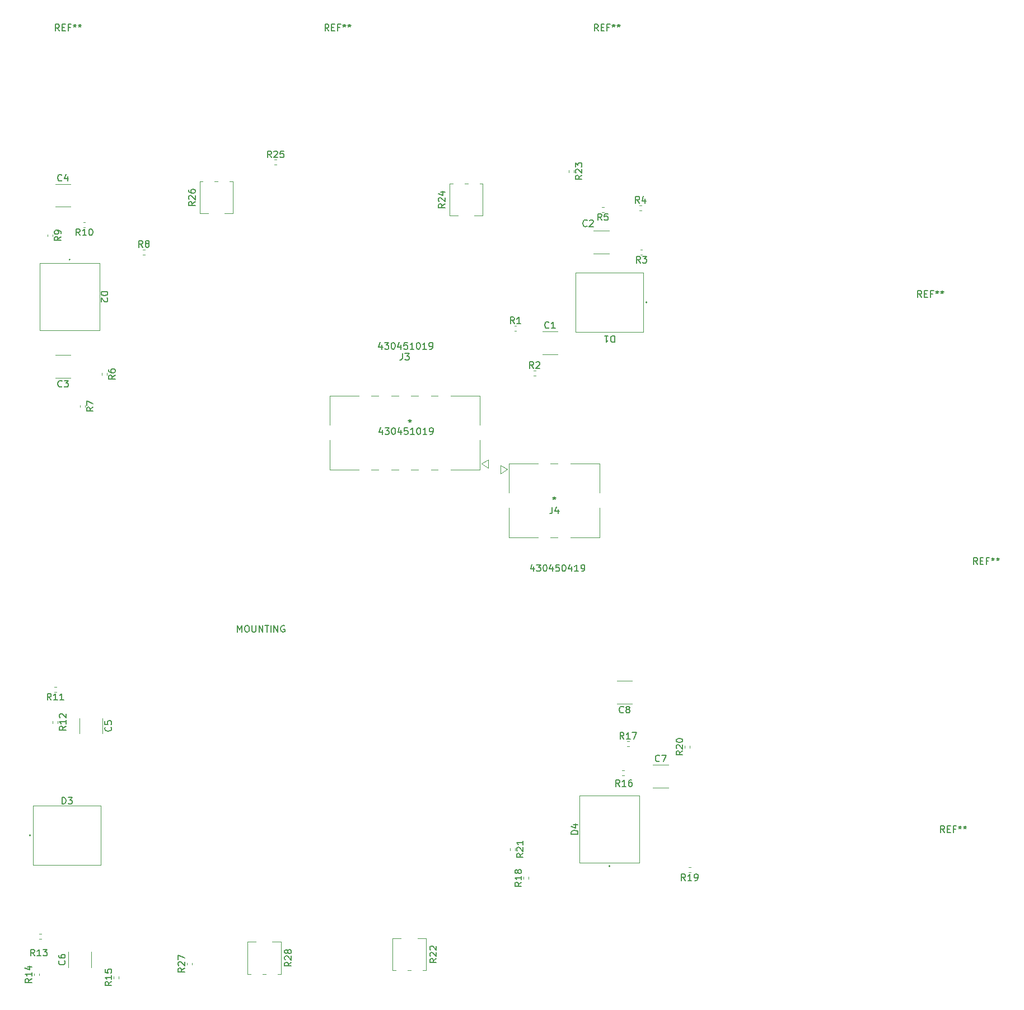
<source format=gbr>
%TF.GenerationSoftware,KiCad,Pcbnew,(6.0.10-0)*%
%TF.CreationDate,2023-04-17T19:00:21-04:00*%
%TF.ProjectId,my_anode,6d795f61-6e6f-4646-952e-6b696361645f,rev?*%
%TF.SameCoordinates,Original*%
%TF.FileFunction,Legend,Top*%
%TF.FilePolarity,Positive*%
%FSLAX46Y46*%
G04 Gerber Fmt 4.6, Leading zero omitted, Abs format (unit mm)*
G04 Created by KiCad (PCBNEW (6.0.10-0)) date 2023-04-17 19:00:21*
%MOMM*%
%LPD*%
G01*
G04 APERTURE LIST*
%ADD10C,0.150000*%
%ADD11C,0.120000*%
G04 APERTURE END LIST*
D10*
%TO.C,R20*%
X253942780Y-225382057D02*
X253466590Y-225715390D01*
X253942780Y-225953485D02*
X252942780Y-225953485D01*
X252942780Y-225572533D01*
X252990400Y-225477295D01*
X253038019Y-225429676D01*
X253133257Y-225382057D01*
X253276114Y-225382057D01*
X253371352Y-225429676D01*
X253418971Y-225477295D01*
X253466590Y-225572533D01*
X253466590Y-225953485D01*
X253038019Y-225001104D02*
X252990400Y-224953485D01*
X252942780Y-224858247D01*
X252942780Y-224620152D01*
X252990400Y-224524914D01*
X253038019Y-224477295D01*
X253133257Y-224429676D01*
X253228495Y-224429676D01*
X253371352Y-224477295D01*
X253942780Y-225048723D01*
X253942780Y-224429676D01*
X252942780Y-223810628D02*
X252942780Y-223715390D01*
X252990400Y-223620152D01*
X253038019Y-223572533D01*
X253133257Y-223524914D01*
X253323733Y-223477295D01*
X253561828Y-223477295D01*
X253752304Y-223524914D01*
X253847542Y-223572533D01*
X253895161Y-223620152D01*
X253942780Y-223715390D01*
X253942780Y-223810628D01*
X253895161Y-223905866D01*
X253847542Y-223953485D01*
X253752304Y-224001104D01*
X253561828Y-224048723D01*
X253323733Y-224048723D01*
X253133257Y-224001104D01*
X253038019Y-223953485D01*
X252990400Y-223905866D01*
X252942780Y-223810628D01*
%TO.C,R23*%
X238705980Y-138336257D02*
X238229790Y-138669590D01*
X238705980Y-138907685D02*
X237705980Y-138907685D01*
X237705980Y-138526733D01*
X237753600Y-138431495D01*
X237801219Y-138383876D01*
X237896457Y-138336257D01*
X238039314Y-138336257D01*
X238134552Y-138383876D01*
X238182171Y-138431495D01*
X238229790Y-138526733D01*
X238229790Y-138907685D01*
X237801219Y-137955304D02*
X237753600Y-137907685D01*
X237705980Y-137812447D01*
X237705980Y-137574352D01*
X237753600Y-137479114D01*
X237801219Y-137431495D01*
X237896457Y-137383876D01*
X237991695Y-137383876D01*
X238134552Y-137431495D01*
X238705980Y-138002923D01*
X238705980Y-137383876D01*
X237705980Y-137050542D02*
X237705980Y-136431495D01*
X238086933Y-136764828D01*
X238086933Y-136621971D01*
X238134552Y-136526733D01*
X238182171Y-136479114D01*
X238277409Y-136431495D01*
X238515504Y-136431495D01*
X238610742Y-136479114D01*
X238658361Y-136526733D01*
X238705980Y-136621971D01*
X238705980Y-136907685D01*
X238658361Y-137002923D01*
X238610742Y-137050542D01*
%TO.C,R21*%
X229815980Y-240876057D02*
X229339790Y-241209390D01*
X229815980Y-241447485D02*
X228815980Y-241447485D01*
X228815980Y-241066533D01*
X228863600Y-240971295D01*
X228911219Y-240923676D01*
X229006457Y-240876057D01*
X229149314Y-240876057D01*
X229244552Y-240923676D01*
X229292171Y-240971295D01*
X229339790Y-241066533D01*
X229339790Y-241447485D01*
X228911219Y-240495104D02*
X228863600Y-240447485D01*
X228815980Y-240352247D01*
X228815980Y-240114152D01*
X228863600Y-240018914D01*
X228911219Y-239971295D01*
X229006457Y-239923676D01*
X229101695Y-239923676D01*
X229244552Y-239971295D01*
X229815980Y-240542723D01*
X229815980Y-239923676D01*
X229815980Y-238971295D02*
X229815980Y-239542723D01*
X229815980Y-239257009D02*
X228815980Y-239257009D01*
X228958838Y-239352247D01*
X229054076Y-239447485D01*
X229101695Y-239542723D01*
%TO.C,C2*%
X239482333Y-145975342D02*
X239434714Y-146022961D01*
X239291857Y-146070580D01*
X239196619Y-146070580D01*
X239053761Y-146022961D01*
X238958523Y-145927723D01*
X238910904Y-145832485D01*
X238863285Y-145642009D01*
X238863285Y-145499152D01*
X238910904Y-145308676D01*
X238958523Y-145213438D01*
X239053761Y-145118200D01*
X239196619Y-145070580D01*
X239291857Y-145070580D01*
X239434714Y-145118200D01*
X239482333Y-145165819D01*
X239863285Y-145165819D02*
X239910904Y-145118200D01*
X240006142Y-145070580D01*
X240244238Y-145070580D01*
X240339476Y-145118200D01*
X240387095Y-145165819D01*
X240434714Y-145261057D01*
X240434714Y-145356295D01*
X240387095Y-145499152D01*
X239815666Y-146070580D01*
X240434714Y-146070580D01*
%TO.C,REF\u002A\u002A*%
X290080866Y-156763980D02*
X289747533Y-156287790D01*
X289509438Y-156763980D02*
X289509438Y-155763980D01*
X289890390Y-155763980D01*
X289985628Y-155811600D01*
X290033247Y-155859219D01*
X290080866Y-155954457D01*
X290080866Y-156097314D01*
X290033247Y-156192552D01*
X289985628Y-156240171D01*
X289890390Y-156287790D01*
X289509438Y-156287790D01*
X290509438Y-156240171D02*
X290842771Y-156240171D01*
X290985628Y-156763980D02*
X290509438Y-156763980D01*
X290509438Y-155763980D01*
X290985628Y-155763980D01*
X291747533Y-156240171D02*
X291414200Y-156240171D01*
X291414200Y-156763980D02*
X291414200Y-155763980D01*
X291890390Y-155763980D01*
X292414200Y-155763980D02*
X292414200Y-156002076D01*
X292176104Y-155906838D02*
X292414200Y-156002076D01*
X292652295Y-155906838D01*
X292271342Y-156192552D02*
X292414200Y-156002076D01*
X292557057Y-156192552D01*
X293176104Y-155763980D02*
X293176104Y-156002076D01*
X292938009Y-155906838D02*
X293176104Y-156002076D01*
X293414200Y-155906838D01*
X293033247Y-156192552D02*
X293176104Y-156002076D01*
X293318961Y-156192552D01*
X159677466Y-116479180D02*
X159344133Y-116002990D01*
X159106038Y-116479180D02*
X159106038Y-115479180D01*
X159486990Y-115479180D01*
X159582228Y-115526800D01*
X159629847Y-115574419D01*
X159677466Y-115669657D01*
X159677466Y-115812514D01*
X159629847Y-115907752D01*
X159582228Y-115955371D01*
X159486990Y-116002990D01*
X159106038Y-116002990D01*
X160106038Y-115955371D02*
X160439371Y-115955371D01*
X160582228Y-116479180D02*
X160106038Y-116479180D01*
X160106038Y-115479180D01*
X160582228Y-115479180D01*
X161344133Y-115955371D02*
X161010800Y-115955371D01*
X161010800Y-116479180D02*
X161010800Y-115479180D01*
X161486990Y-115479180D01*
X162010800Y-115479180D02*
X162010800Y-115717276D01*
X161772704Y-115622038D02*
X162010800Y-115717276D01*
X162248895Y-115622038D01*
X161867942Y-115907752D02*
X162010800Y-115717276D01*
X162153657Y-115907752D01*
X162772704Y-115479180D02*
X162772704Y-115717276D01*
X162534609Y-115622038D02*
X162772704Y-115717276D01*
X163010800Y-115622038D01*
X162629847Y-115907752D02*
X162772704Y-115717276D01*
X162915561Y-115907752D01*
%TO.C,R26*%
X180215780Y-142324057D02*
X179739590Y-142657390D01*
X180215780Y-142895485D02*
X179215780Y-142895485D01*
X179215780Y-142514533D01*
X179263400Y-142419295D01*
X179311019Y-142371676D01*
X179406257Y-142324057D01*
X179549114Y-142324057D01*
X179644352Y-142371676D01*
X179691971Y-142419295D01*
X179739590Y-142514533D01*
X179739590Y-142895485D01*
X179311019Y-141943104D02*
X179263400Y-141895485D01*
X179215780Y-141800247D01*
X179215780Y-141562152D01*
X179263400Y-141466914D01*
X179311019Y-141419295D01*
X179406257Y-141371676D01*
X179501495Y-141371676D01*
X179644352Y-141419295D01*
X180215780Y-141990723D01*
X180215780Y-141371676D01*
X179215780Y-140514533D02*
X179215780Y-140705009D01*
X179263400Y-140800247D01*
X179311019Y-140847866D01*
X179453876Y-140943104D01*
X179644352Y-140990723D01*
X180025304Y-140990723D01*
X180120542Y-140943104D01*
X180168161Y-140895485D01*
X180215780Y-140800247D01*
X180215780Y-140609771D01*
X180168161Y-140514533D01*
X180120542Y-140466914D01*
X180025304Y-140419295D01*
X179787209Y-140419295D01*
X179691971Y-140466914D01*
X179644352Y-140514533D01*
X179596733Y-140609771D01*
X179596733Y-140800247D01*
X179644352Y-140895485D01*
X179691971Y-140943104D01*
X179787209Y-140990723D01*
%TO.C,R22*%
X216700380Y-256776457D02*
X216224190Y-257109790D01*
X216700380Y-257347885D02*
X215700380Y-257347885D01*
X215700380Y-256966933D01*
X215748000Y-256871695D01*
X215795619Y-256824076D01*
X215890857Y-256776457D01*
X216033714Y-256776457D01*
X216128952Y-256824076D01*
X216176571Y-256871695D01*
X216224190Y-256966933D01*
X216224190Y-257347885D01*
X215795619Y-256395504D02*
X215748000Y-256347885D01*
X215700380Y-256252647D01*
X215700380Y-256014552D01*
X215748000Y-255919314D01*
X215795619Y-255871695D01*
X215890857Y-255824076D01*
X215986095Y-255824076D01*
X216128952Y-255871695D01*
X216700380Y-256443123D01*
X216700380Y-255824076D01*
X215795619Y-255443123D02*
X215748000Y-255395504D01*
X215700380Y-255300266D01*
X215700380Y-255062171D01*
X215748000Y-254966933D01*
X215795619Y-254919314D01*
X215890857Y-254871695D01*
X215986095Y-254871695D01*
X216128952Y-254919314D01*
X216700380Y-255490742D01*
X216700380Y-254871695D01*
%TO.C,R7*%
X164791980Y-173394666D02*
X164315790Y-173728000D01*
X164791980Y-173966095D02*
X163791980Y-173966095D01*
X163791980Y-173585142D01*
X163839600Y-173489904D01*
X163887219Y-173442285D01*
X163982457Y-173394666D01*
X164125314Y-173394666D01*
X164220552Y-173442285D01*
X164268171Y-173489904D01*
X164315790Y-173585142D01*
X164315790Y-173966095D01*
X163791980Y-173061333D02*
X163791980Y-172394666D01*
X164791980Y-172823238D01*
%TO.C,R17*%
X245049342Y-223564380D02*
X244716009Y-223088190D01*
X244477914Y-223564380D02*
X244477914Y-222564380D01*
X244858866Y-222564380D01*
X244954104Y-222612000D01*
X245001723Y-222659619D01*
X245049342Y-222754857D01*
X245049342Y-222897714D01*
X245001723Y-222992952D01*
X244954104Y-223040571D01*
X244858866Y-223088190D01*
X244477914Y-223088190D01*
X246001723Y-223564380D02*
X245430295Y-223564380D01*
X245716009Y-223564380D02*
X245716009Y-222564380D01*
X245620771Y-222707238D01*
X245525533Y-222802476D01*
X245430295Y-222850095D01*
X246335057Y-222564380D02*
X247001723Y-222564380D01*
X246573152Y-223564380D01*
%TO.C,R3*%
X247535133Y-151555580D02*
X247201800Y-151079390D01*
X246963704Y-151555580D02*
X246963704Y-150555580D01*
X247344657Y-150555580D01*
X247439895Y-150603200D01*
X247487514Y-150650819D01*
X247535133Y-150746057D01*
X247535133Y-150888914D01*
X247487514Y-150984152D01*
X247439895Y-151031771D01*
X247344657Y-151079390D01*
X246963704Y-151079390D01*
X247868466Y-150555580D02*
X248487514Y-150555580D01*
X248154180Y-150936533D01*
X248297038Y-150936533D01*
X248392276Y-150984152D01*
X248439895Y-151031771D01*
X248487514Y-151127009D01*
X248487514Y-151365104D01*
X248439895Y-151460342D01*
X248392276Y-151507961D01*
X248297038Y-151555580D01*
X248011323Y-151555580D01*
X247916085Y-151507961D01*
X247868466Y-151460342D01*
%TO.C,D1*%
X243642095Y-162564819D02*
X243642095Y-163564819D01*
X243404000Y-163564819D01*
X243261142Y-163517200D01*
X243165904Y-163421961D01*
X243118285Y-163326723D01*
X243070666Y-163136247D01*
X243070666Y-162993390D01*
X243118285Y-162802914D01*
X243165904Y-162707676D01*
X243261142Y-162612438D01*
X243404000Y-162564819D01*
X243642095Y-162564819D01*
X242118285Y-162564819D02*
X242689714Y-162564819D01*
X242404000Y-162564819D02*
X242404000Y-163564819D01*
X242499238Y-163421961D01*
X242594476Y-163326723D01*
X242689714Y-163279104D01*
%TO.C,C8*%
X244994133Y-219516742D02*
X244946514Y-219564361D01*
X244803657Y-219611980D01*
X244708419Y-219611980D01*
X244565561Y-219564361D01*
X244470323Y-219469123D01*
X244422704Y-219373885D01*
X244375085Y-219183409D01*
X244375085Y-219040552D01*
X244422704Y-218850076D01*
X244470323Y-218754838D01*
X244565561Y-218659600D01*
X244708419Y-218611980D01*
X244803657Y-218611980D01*
X244946514Y-218659600D01*
X244994133Y-218707219D01*
X245565561Y-219040552D02*
X245470323Y-218992933D01*
X245422704Y-218945314D01*
X245375085Y-218850076D01*
X245375085Y-218802457D01*
X245422704Y-218707219D01*
X245470323Y-218659600D01*
X245565561Y-218611980D01*
X245756038Y-218611980D01*
X245851276Y-218659600D01*
X245898895Y-218707219D01*
X245946514Y-218802457D01*
X245946514Y-218850076D01*
X245898895Y-218945314D01*
X245851276Y-218992933D01*
X245756038Y-219040552D01*
X245565561Y-219040552D01*
X245470323Y-219088171D01*
X245422704Y-219135790D01*
X245375085Y-219231028D01*
X245375085Y-219421504D01*
X245422704Y-219516742D01*
X245470323Y-219564361D01*
X245565561Y-219611980D01*
X245756038Y-219611980D01*
X245851276Y-219564361D01*
X245898895Y-219516742D01*
X245946514Y-219421504D01*
X245946514Y-219231028D01*
X245898895Y-219135790D01*
X245851276Y-219088171D01*
X245756038Y-219040552D01*
%TO.C,MOUNTING*%
X186626780Y-207381980D02*
X186626780Y-206381980D01*
X186960114Y-207096266D01*
X187293447Y-206381980D01*
X187293447Y-207381980D01*
X187960114Y-206381980D02*
X188150590Y-206381980D01*
X188245828Y-206429600D01*
X188341066Y-206524838D01*
X188388685Y-206715314D01*
X188388685Y-207048647D01*
X188341066Y-207239123D01*
X188245828Y-207334361D01*
X188150590Y-207381980D01*
X187960114Y-207381980D01*
X187864876Y-207334361D01*
X187769638Y-207239123D01*
X187722019Y-207048647D01*
X187722019Y-206715314D01*
X187769638Y-206524838D01*
X187864876Y-206429600D01*
X187960114Y-206381980D01*
X188817257Y-206381980D02*
X188817257Y-207191504D01*
X188864876Y-207286742D01*
X188912495Y-207334361D01*
X189007733Y-207381980D01*
X189198209Y-207381980D01*
X189293447Y-207334361D01*
X189341066Y-207286742D01*
X189388685Y-207191504D01*
X189388685Y-206381980D01*
X189864876Y-207381980D02*
X189864876Y-206381980D01*
X190436304Y-207381980D01*
X190436304Y-206381980D01*
X190769638Y-206381980D02*
X191341066Y-206381980D01*
X191055352Y-207381980D02*
X191055352Y-206381980D01*
X191674400Y-207381980D02*
X191674400Y-206381980D01*
X192150590Y-207381980D02*
X192150590Y-206381980D01*
X192722019Y-207381980D01*
X192722019Y-206381980D01*
X193722019Y-206429600D02*
X193626780Y-206381980D01*
X193483923Y-206381980D01*
X193341066Y-206429600D01*
X193245828Y-206524838D01*
X193198209Y-206620076D01*
X193150590Y-206810552D01*
X193150590Y-206953409D01*
X193198209Y-207143885D01*
X193245828Y-207239123D01*
X193341066Y-207334361D01*
X193483923Y-207381980D01*
X193579161Y-207381980D01*
X193722019Y-207334361D01*
X193769638Y-207286742D01*
X193769638Y-206953409D01*
X193579161Y-206953409D01*
%TO.C,R18*%
X229558780Y-245219457D02*
X229082590Y-245552790D01*
X229558780Y-245790885D02*
X228558780Y-245790885D01*
X228558780Y-245409933D01*
X228606400Y-245314695D01*
X228654019Y-245267076D01*
X228749257Y-245219457D01*
X228892114Y-245219457D01*
X228987352Y-245267076D01*
X229034971Y-245314695D01*
X229082590Y-245409933D01*
X229082590Y-245790885D01*
X229558780Y-244267076D02*
X229558780Y-244838504D01*
X229558780Y-244552790D02*
X228558780Y-244552790D01*
X228701638Y-244648028D01*
X228796876Y-244743266D01*
X228844495Y-244838504D01*
X228987352Y-243695647D02*
X228939733Y-243790885D01*
X228892114Y-243838504D01*
X228796876Y-243886123D01*
X228749257Y-243886123D01*
X228654019Y-243838504D01*
X228606400Y-243790885D01*
X228558780Y-243695647D01*
X228558780Y-243505171D01*
X228606400Y-243409933D01*
X228654019Y-243362314D01*
X228749257Y-243314695D01*
X228796876Y-243314695D01*
X228892114Y-243362314D01*
X228939733Y-243409933D01*
X228987352Y-243505171D01*
X228987352Y-243695647D01*
X229034971Y-243790885D01*
X229082590Y-243838504D01*
X229177828Y-243886123D01*
X229368304Y-243886123D01*
X229463542Y-243838504D01*
X229511161Y-243790885D01*
X229558780Y-243695647D01*
X229558780Y-243505171D01*
X229511161Y-243409933D01*
X229463542Y-243362314D01*
X229368304Y-243314695D01*
X229177828Y-243314695D01*
X229082590Y-243362314D01*
X229034971Y-243409933D01*
X228987352Y-243505171D01*
%TO.C,D3*%
X160094704Y-233370380D02*
X160094704Y-232370380D01*
X160332800Y-232370380D01*
X160475657Y-232418000D01*
X160570895Y-232513238D01*
X160618514Y-232608476D01*
X160666133Y-232798952D01*
X160666133Y-232941809D01*
X160618514Y-233132285D01*
X160570895Y-233227523D01*
X160475657Y-233322761D01*
X160332800Y-233370380D01*
X160094704Y-233370380D01*
X160999466Y-232370380D02*
X161618514Y-232370380D01*
X161285180Y-232751333D01*
X161428038Y-232751333D01*
X161523276Y-232798952D01*
X161570895Y-232846571D01*
X161618514Y-232941809D01*
X161618514Y-233179904D01*
X161570895Y-233275142D01*
X161523276Y-233322761D01*
X161428038Y-233370380D01*
X161142323Y-233370380D01*
X161047085Y-233322761D01*
X160999466Y-233275142D01*
%TO.C,R12*%
X160677180Y-221648257D02*
X160200990Y-221981590D01*
X160677180Y-222219685D02*
X159677180Y-222219685D01*
X159677180Y-221838733D01*
X159724800Y-221743495D01*
X159772419Y-221695876D01*
X159867657Y-221648257D01*
X160010514Y-221648257D01*
X160105752Y-221695876D01*
X160153371Y-221743495D01*
X160200990Y-221838733D01*
X160200990Y-222219685D01*
X160677180Y-220695876D02*
X160677180Y-221267304D01*
X160677180Y-220981590D02*
X159677180Y-220981590D01*
X159820038Y-221076828D01*
X159915276Y-221172066D01*
X159962895Y-221267304D01*
X159772419Y-220314923D02*
X159724800Y-220267304D01*
X159677180Y-220172066D01*
X159677180Y-219933971D01*
X159724800Y-219838733D01*
X159772419Y-219791114D01*
X159867657Y-219743495D01*
X159962895Y-219743495D01*
X160105752Y-219791114D01*
X160677180Y-220362542D01*
X160677180Y-219743495D01*
%TO.C,C6*%
X160470342Y-257087666D02*
X160517961Y-257135285D01*
X160565580Y-257278142D01*
X160565580Y-257373380D01*
X160517961Y-257516238D01*
X160422723Y-257611476D01*
X160327485Y-257659095D01*
X160137009Y-257706714D01*
X159994152Y-257706714D01*
X159803676Y-257659095D01*
X159708438Y-257611476D01*
X159613200Y-257516238D01*
X159565580Y-257373380D01*
X159565580Y-257278142D01*
X159613200Y-257135285D01*
X159660819Y-257087666D01*
X159565580Y-256230523D02*
X159565580Y-256421000D01*
X159613200Y-256516238D01*
X159660819Y-256563857D01*
X159803676Y-256659095D01*
X159994152Y-256706714D01*
X160375104Y-256706714D01*
X160470342Y-256659095D01*
X160517961Y-256611476D01*
X160565580Y-256516238D01*
X160565580Y-256325761D01*
X160517961Y-256230523D01*
X160470342Y-256182904D01*
X160375104Y-256135285D01*
X160137009Y-256135285D01*
X160041771Y-256182904D01*
X159994152Y-256230523D01*
X159946533Y-256325761D01*
X159946533Y-256516238D01*
X159994152Y-256611476D01*
X160041771Y-256659095D01*
X160137009Y-256706714D01*
%TO.C,R10*%
X162816142Y-147402980D02*
X162482809Y-146926790D01*
X162244714Y-147402980D02*
X162244714Y-146402980D01*
X162625666Y-146402980D01*
X162720904Y-146450600D01*
X162768523Y-146498219D01*
X162816142Y-146593457D01*
X162816142Y-146736314D01*
X162768523Y-146831552D01*
X162720904Y-146879171D01*
X162625666Y-146926790D01*
X162244714Y-146926790D01*
X163768523Y-147402980D02*
X163197095Y-147402980D01*
X163482809Y-147402980D02*
X163482809Y-146402980D01*
X163387571Y-146545838D01*
X163292333Y-146641076D01*
X163197095Y-146688695D01*
X164387571Y-146402980D02*
X164482809Y-146402980D01*
X164578047Y-146450600D01*
X164625666Y-146498219D01*
X164673285Y-146593457D01*
X164720904Y-146783933D01*
X164720904Y-147022028D01*
X164673285Y-147212504D01*
X164625666Y-147307742D01*
X164578047Y-147355361D01*
X164482809Y-147402980D01*
X164387571Y-147402980D01*
X164292333Y-147355361D01*
X164244714Y-147307742D01*
X164197095Y-147212504D01*
X164149476Y-147022028D01*
X164149476Y-146783933D01*
X164197095Y-146593457D01*
X164244714Y-146498219D01*
X164292333Y-146450600D01*
X164387571Y-146402980D01*
%TO.C,R25*%
X191736742Y-135629580D02*
X191403409Y-135153390D01*
X191165314Y-135629580D02*
X191165314Y-134629580D01*
X191546266Y-134629580D01*
X191641504Y-134677200D01*
X191689123Y-134724819D01*
X191736742Y-134820057D01*
X191736742Y-134962914D01*
X191689123Y-135058152D01*
X191641504Y-135105771D01*
X191546266Y-135153390D01*
X191165314Y-135153390D01*
X192117695Y-134724819D02*
X192165314Y-134677200D01*
X192260552Y-134629580D01*
X192498647Y-134629580D01*
X192593885Y-134677200D01*
X192641504Y-134724819D01*
X192689123Y-134820057D01*
X192689123Y-134915295D01*
X192641504Y-135058152D01*
X192070076Y-135629580D01*
X192689123Y-135629580D01*
X193593885Y-134629580D02*
X193117695Y-134629580D01*
X193070076Y-135105771D01*
X193117695Y-135058152D01*
X193212933Y-135010533D01*
X193451028Y-135010533D01*
X193546266Y-135058152D01*
X193593885Y-135105771D01*
X193641504Y-135201009D01*
X193641504Y-135439104D01*
X193593885Y-135534342D01*
X193546266Y-135581961D01*
X193451028Y-135629580D01*
X193212933Y-135629580D01*
X193117695Y-135581961D01*
X193070076Y-135534342D01*
%TO.C,R11*%
X158435342Y-217674780D02*
X158102009Y-217198590D01*
X157863914Y-217674780D02*
X157863914Y-216674780D01*
X158244866Y-216674780D01*
X158340104Y-216722400D01*
X158387723Y-216770019D01*
X158435342Y-216865257D01*
X158435342Y-217008114D01*
X158387723Y-217103352D01*
X158340104Y-217150971D01*
X158244866Y-217198590D01*
X157863914Y-217198590D01*
X159387723Y-217674780D02*
X158816295Y-217674780D01*
X159102009Y-217674780D02*
X159102009Y-216674780D01*
X159006771Y-216817638D01*
X158911533Y-216912876D01*
X158816295Y-216960495D01*
X160340104Y-217674780D02*
X159768676Y-217674780D01*
X160054390Y-217674780D02*
X160054390Y-216674780D01*
X159959152Y-216817638D01*
X159863914Y-216912876D01*
X159768676Y-216960495D01*
%TO.C,R14*%
X155517780Y-259799057D02*
X155041590Y-260132390D01*
X155517780Y-260370485D02*
X154517780Y-260370485D01*
X154517780Y-259989533D01*
X154565400Y-259894295D01*
X154613019Y-259846676D01*
X154708257Y-259799057D01*
X154851114Y-259799057D01*
X154946352Y-259846676D01*
X154993971Y-259894295D01*
X155041590Y-259989533D01*
X155041590Y-260370485D01*
X155517780Y-258846676D02*
X155517780Y-259418104D01*
X155517780Y-259132390D02*
X154517780Y-259132390D01*
X154660638Y-259227628D01*
X154755876Y-259322866D01*
X154803495Y-259418104D01*
X154851114Y-257989533D02*
X155517780Y-257989533D01*
X154470161Y-258227628D02*
X155184447Y-258465723D01*
X155184447Y-257846676D01*
%TO.C,C1*%
X233716533Y-161359342D02*
X233668914Y-161406961D01*
X233526057Y-161454580D01*
X233430819Y-161454580D01*
X233287961Y-161406961D01*
X233192723Y-161311723D01*
X233145104Y-161216485D01*
X233097485Y-161026009D01*
X233097485Y-160883152D01*
X233145104Y-160692676D01*
X233192723Y-160597438D01*
X233287961Y-160502200D01*
X233430819Y-160454580D01*
X233526057Y-160454580D01*
X233668914Y-160502200D01*
X233716533Y-160549819D01*
X234668914Y-161454580D02*
X234097485Y-161454580D01*
X234383200Y-161454580D02*
X234383200Y-160454580D01*
X234287961Y-160597438D01*
X234192723Y-160692676D01*
X234097485Y-160740295D01*
%TO.C,R2*%
X231379733Y-167506580D02*
X231046400Y-167030390D01*
X230808304Y-167506580D02*
X230808304Y-166506580D01*
X231189257Y-166506580D01*
X231284495Y-166554200D01*
X231332114Y-166601819D01*
X231379733Y-166697057D01*
X231379733Y-166839914D01*
X231332114Y-166935152D01*
X231284495Y-166982771D01*
X231189257Y-167030390D01*
X230808304Y-167030390D01*
X231760685Y-166601819D02*
X231808304Y-166554200D01*
X231903542Y-166506580D01*
X232141638Y-166506580D01*
X232236876Y-166554200D01*
X232284495Y-166601819D01*
X232332114Y-166697057D01*
X232332114Y-166792295D01*
X232284495Y-166935152D01*
X231713066Y-167506580D01*
X232332114Y-167506580D01*
%TO.C,C5*%
X167472142Y-221756266D02*
X167519761Y-221803885D01*
X167567380Y-221946742D01*
X167567380Y-222041980D01*
X167519761Y-222184838D01*
X167424523Y-222280076D01*
X167329285Y-222327695D01*
X167138809Y-222375314D01*
X166995952Y-222375314D01*
X166805476Y-222327695D01*
X166710238Y-222280076D01*
X166615000Y-222184838D01*
X166567380Y-222041980D01*
X166567380Y-221946742D01*
X166615000Y-221803885D01*
X166662619Y-221756266D01*
X166567380Y-220851504D02*
X166567380Y-221327695D01*
X167043571Y-221375314D01*
X166995952Y-221327695D01*
X166948333Y-221232457D01*
X166948333Y-220994361D01*
X166995952Y-220899123D01*
X167043571Y-220851504D01*
X167138809Y-220803885D01*
X167376904Y-220803885D01*
X167472142Y-220851504D01*
X167519761Y-220899123D01*
X167567380Y-220994361D01*
X167567380Y-221232457D01*
X167519761Y-221327695D01*
X167472142Y-221375314D01*
%TO.C,C4*%
X160056533Y-139083542D02*
X160008914Y-139131161D01*
X159866057Y-139178780D01*
X159770819Y-139178780D01*
X159627961Y-139131161D01*
X159532723Y-139035923D01*
X159485104Y-138940685D01*
X159437485Y-138750209D01*
X159437485Y-138607352D01*
X159485104Y-138416876D01*
X159532723Y-138321638D01*
X159627961Y-138226400D01*
X159770819Y-138178780D01*
X159866057Y-138178780D01*
X160008914Y-138226400D01*
X160056533Y-138274019D01*
X160913676Y-138512114D02*
X160913676Y-139178780D01*
X160675580Y-138131161D02*
X160437485Y-138845447D01*
X161056533Y-138845447D01*
%TO.C,R28*%
X194754780Y-257309857D02*
X194278590Y-257643190D01*
X194754780Y-257881285D02*
X193754780Y-257881285D01*
X193754780Y-257500333D01*
X193802400Y-257405095D01*
X193850019Y-257357476D01*
X193945257Y-257309857D01*
X194088114Y-257309857D01*
X194183352Y-257357476D01*
X194230971Y-257405095D01*
X194278590Y-257500333D01*
X194278590Y-257881285D01*
X193850019Y-256928904D02*
X193802400Y-256881285D01*
X193754780Y-256786047D01*
X193754780Y-256547952D01*
X193802400Y-256452714D01*
X193850019Y-256405095D01*
X193945257Y-256357476D01*
X194040495Y-256357476D01*
X194183352Y-256405095D01*
X194754780Y-256976523D01*
X194754780Y-256357476D01*
X194183352Y-255786047D02*
X194135733Y-255881285D01*
X194088114Y-255928904D01*
X193992876Y-255976523D01*
X193945257Y-255976523D01*
X193850019Y-255928904D01*
X193802400Y-255881285D01*
X193754780Y-255786047D01*
X193754780Y-255595571D01*
X193802400Y-255500333D01*
X193850019Y-255452714D01*
X193945257Y-255405095D01*
X193992876Y-255405095D01*
X194088114Y-255452714D01*
X194135733Y-255500333D01*
X194183352Y-255595571D01*
X194183352Y-255786047D01*
X194230971Y-255881285D01*
X194278590Y-255928904D01*
X194373828Y-255976523D01*
X194564304Y-255976523D01*
X194659542Y-255928904D01*
X194707161Y-255881285D01*
X194754780Y-255786047D01*
X194754780Y-255595571D01*
X194707161Y-255500333D01*
X194659542Y-255452714D01*
X194564304Y-255405095D01*
X194373828Y-255405095D01*
X194278590Y-255452714D01*
X194230971Y-255500333D01*
X194183352Y-255595571D01*
%TO.C,R24*%
X218010980Y-142654257D02*
X217534790Y-142987590D01*
X218010980Y-143225685D02*
X217010980Y-143225685D01*
X217010980Y-142844733D01*
X217058600Y-142749495D01*
X217106219Y-142701876D01*
X217201457Y-142654257D01*
X217344314Y-142654257D01*
X217439552Y-142701876D01*
X217487171Y-142749495D01*
X217534790Y-142844733D01*
X217534790Y-143225685D01*
X217106219Y-142273304D02*
X217058600Y-142225685D01*
X217010980Y-142130447D01*
X217010980Y-141892352D01*
X217058600Y-141797114D01*
X217106219Y-141749495D01*
X217201457Y-141701876D01*
X217296695Y-141701876D01*
X217439552Y-141749495D01*
X218010980Y-142320923D01*
X218010980Y-141701876D01*
X217344314Y-140844733D02*
X218010980Y-140844733D01*
X216963361Y-141082828D02*
X217677647Y-141320923D01*
X217677647Y-140701876D01*
%TO.C,REF\u002A\u002A*%
X200427466Y-116479180D02*
X200094133Y-116002990D01*
X199856038Y-116479180D02*
X199856038Y-115479180D01*
X200236990Y-115479180D01*
X200332228Y-115526800D01*
X200379847Y-115574419D01*
X200427466Y-115669657D01*
X200427466Y-115812514D01*
X200379847Y-115907752D01*
X200332228Y-115955371D01*
X200236990Y-116002990D01*
X199856038Y-116002990D01*
X200856038Y-115955371D02*
X201189371Y-115955371D01*
X201332228Y-116479180D02*
X200856038Y-116479180D01*
X200856038Y-115479180D01*
X201332228Y-115479180D01*
X202094133Y-115955371D02*
X201760800Y-115955371D01*
X201760800Y-116479180D02*
X201760800Y-115479180D01*
X202236990Y-115479180D01*
X202760800Y-115479180D02*
X202760800Y-115717276D01*
X202522704Y-115622038D02*
X202760800Y-115717276D01*
X202998895Y-115622038D01*
X202617942Y-115907752D02*
X202760800Y-115717276D01*
X202903657Y-115907752D01*
X203522704Y-115479180D02*
X203522704Y-115717276D01*
X203284609Y-115622038D02*
X203522704Y-115717276D01*
X203760800Y-115622038D01*
X203379847Y-115907752D02*
X203522704Y-115717276D01*
X203665561Y-115907752D01*
X293535266Y-237688380D02*
X293201933Y-237212190D01*
X292963838Y-237688380D02*
X292963838Y-236688380D01*
X293344790Y-236688380D01*
X293440028Y-236736000D01*
X293487647Y-236783619D01*
X293535266Y-236878857D01*
X293535266Y-237021714D01*
X293487647Y-237116952D01*
X293440028Y-237164571D01*
X293344790Y-237212190D01*
X292963838Y-237212190D01*
X293963838Y-237164571D02*
X294297171Y-237164571D01*
X294440028Y-237688380D02*
X293963838Y-237688380D01*
X293963838Y-236688380D01*
X294440028Y-236688380D01*
X295201933Y-237164571D02*
X294868600Y-237164571D01*
X294868600Y-237688380D02*
X294868600Y-236688380D01*
X295344790Y-236688380D01*
X295868600Y-236688380D02*
X295868600Y-236926476D01*
X295630504Y-236831238D02*
X295868600Y-236926476D01*
X296106695Y-236831238D01*
X295725742Y-237116952D02*
X295868600Y-236926476D01*
X296011457Y-237116952D01*
X296630504Y-236688380D02*
X296630504Y-236926476D01*
X296392409Y-236831238D02*
X296630504Y-236926476D01*
X296868600Y-236831238D01*
X296487647Y-237116952D02*
X296630504Y-236926476D01*
X296773361Y-237116952D01*
%TO.C,R19*%
X254347742Y-244979780D02*
X254014409Y-244503590D01*
X253776314Y-244979780D02*
X253776314Y-243979780D01*
X254157266Y-243979780D01*
X254252504Y-244027400D01*
X254300123Y-244075019D01*
X254347742Y-244170257D01*
X254347742Y-244313114D01*
X254300123Y-244408352D01*
X254252504Y-244455971D01*
X254157266Y-244503590D01*
X253776314Y-244503590D01*
X255300123Y-244979780D02*
X254728695Y-244979780D01*
X255014409Y-244979780D02*
X255014409Y-243979780D01*
X254919171Y-244122638D01*
X254823933Y-244217876D01*
X254728695Y-244265495D01*
X255776314Y-244979780D02*
X255966790Y-244979780D01*
X256062028Y-244932161D01*
X256109647Y-244884542D01*
X256204885Y-244741685D01*
X256252504Y-244551209D01*
X256252504Y-244170257D01*
X256204885Y-244075019D01*
X256157266Y-244027400D01*
X256062028Y-243979780D01*
X255871552Y-243979780D01*
X255776314Y-244027400D01*
X255728695Y-244075019D01*
X255681076Y-244170257D01*
X255681076Y-244408352D01*
X255728695Y-244503590D01*
X255776314Y-244551209D01*
X255871552Y-244598828D01*
X256062028Y-244598828D01*
X256157266Y-244551209D01*
X256204885Y-244503590D01*
X256252504Y-244408352D01*
%TO.C,D4*%
X238102380Y-237938695D02*
X237102380Y-237938695D01*
X237102380Y-237700600D01*
X237150000Y-237557742D01*
X237245238Y-237462504D01*
X237340476Y-237414885D01*
X237530952Y-237367266D01*
X237673809Y-237367266D01*
X237864285Y-237414885D01*
X237959523Y-237462504D01*
X238054761Y-237557742D01*
X238102380Y-237700600D01*
X238102380Y-237938695D01*
X237435714Y-236510123D02*
X238102380Y-236510123D01*
X237054761Y-236748219D02*
X237769047Y-236986314D01*
X237769047Y-236367266D01*
%TO.C,D2*%
X165993819Y-155929104D02*
X166993819Y-155929104D01*
X166993819Y-156167200D01*
X166946200Y-156310057D01*
X166850961Y-156405295D01*
X166755723Y-156452914D01*
X166565247Y-156500533D01*
X166422390Y-156500533D01*
X166231914Y-156452914D01*
X166136676Y-156405295D01*
X166041438Y-156310057D01*
X165993819Y-156167200D01*
X165993819Y-155929104D01*
X166898580Y-156881485D02*
X166946200Y-156929104D01*
X166993819Y-157024342D01*
X166993819Y-157262438D01*
X166946200Y-157357676D01*
X166898580Y-157405295D01*
X166803342Y-157452914D01*
X166708104Y-157452914D01*
X166565247Y-157405295D01*
X165993819Y-156833866D01*
X165993819Y-157452914D01*
%TO.C,R1*%
X228484133Y-160750180D02*
X228150800Y-160273990D01*
X227912704Y-160750180D02*
X227912704Y-159750180D01*
X228293657Y-159750180D01*
X228388895Y-159797800D01*
X228436514Y-159845419D01*
X228484133Y-159940657D01*
X228484133Y-160083514D01*
X228436514Y-160178752D01*
X228388895Y-160226371D01*
X228293657Y-160273990D01*
X227912704Y-160273990D01*
X229436514Y-160750180D02*
X228865085Y-160750180D01*
X229150800Y-160750180D02*
X229150800Y-159750180D01*
X229055561Y-159893038D01*
X228960323Y-159988276D01*
X228865085Y-160035895D01*
%TO.C,R15*%
X167582780Y-260258257D02*
X167106590Y-260591590D01*
X167582780Y-260829685D02*
X166582780Y-260829685D01*
X166582780Y-260448733D01*
X166630400Y-260353495D01*
X166678019Y-260305876D01*
X166773257Y-260258257D01*
X166916114Y-260258257D01*
X167011352Y-260305876D01*
X167058971Y-260353495D01*
X167106590Y-260448733D01*
X167106590Y-260829685D01*
X167582780Y-259305876D02*
X167582780Y-259877304D01*
X167582780Y-259591590D02*
X166582780Y-259591590D01*
X166725638Y-259686828D01*
X166820876Y-259782066D01*
X166868495Y-259877304D01*
X166582780Y-258401114D02*
X166582780Y-258877304D01*
X167058971Y-258924923D01*
X167011352Y-258877304D01*
X166963733Y-258782066D01*
X166963733Y-258543971D01*
X167011352Y-258448733D01*
X167058971Y-258401114D01*
X167154209Y-258353495D01*
X167392304Y-258353495D01*
X167487542Y-258401114D01*
X167535161Y-258448733D01*
X167582780Y-258543971D01*
X167582780Y-258782066D01*
X167535161Y-258877304D01*
X167487542Y-258924923D01*
%TO.C,R9*%
X159940580Y-147588266D02*
X159464390Y-147921600D01*
X159940580Y-148159695D02*
X158940580Y-148159695D01*
X158940580Y-147778742D01*
X158988200Y-147683504D01*
X159035819Y-147635885D01*
X159131057Y-147588266D01*
X159273914Y-147588266D01*
X159369152Y-147635885D01*
X159416771Y-147683504D01*
X159464390Y-147778742D01*
X159464390Y-148159695D01*
X159940580Y-147112076D02*
X159940580Y-146921600D01*
X159892961Y-146826361D01*
X159845342Y-146778742D01*
X159702485Y-146683504D01*
X159512009Y-146635885D01*
X159131057Y-146635885D01*
X159035819Y-146683504D01*
X158988200Y-146731123D01*
X158940580Y-146826361D01*
X158940580Y-147016838D01*
X158988200Y-147112076D01*
X159035819Y-147159695D01*
X159131057Y-147207314D01*
X159369152Y-147207314D01*
X159464390Y-147159695D01*
X159512009Y-147112076D01*
X159559628Y-147016838D01*
X159559628Y-146826361D01*
X159512009Y-146731123D01*
X159464390Y-146683504D01*
X159369152Y-146635885D01*
%TO.C,R5*%
X241717533Y-145106980D02*
X241384200Y-144630790D01*
X241146104Y-145106980D02*
X241146104Y-144106980D01*
X241527057Y-144106980D01*
X241622295Y-144154600D01*
X241669914Y-144202219D01*
X241717533Y-144297457D01*
X241717533Y-144440314D01*
X241669914Y-144535552D01*
X241622295Y-144583171D01*
X241527057Y-144630790D01*
X241146104Y-144630790D01*
X242622295Y-144106980D02*
X242146104Y-144106980D01*
X242098485Y-144583171D01*
X242146104Y-144535552D01*
X242241342Y-144487933D01*
X242479438Y-144487933D01*
X242574676Y-144535552D01*
X242622295Y-144583171D01*
X242669914Y-144678409D01*
X242669914Y-144916504D01*
X242622295Y-145011742D01*
X242574676Y-145059361D01*
X242479438Y-145106980D01*
X242241342Y-145106980D01*
X242146104Y-145059361D01*
X242098485Y-145011742D01*
%TO.C,R8*%
X172299333Y-149193180D02*
X171966000Y-148716990D01*
X171727904Y-149193180D02*
X171727904Y-148193180D01*
X172108857Y-148193180D01*
X172204095Y-148240800D01*
X172251714Y-148288419D01*
X172299333Y-148383657D01*
X172299333Y-148526514D01*
X172251714Y-148621752D01*
X172204095Y-148669371D01*
X172108857Y-148716990D01*
X171727904Y-148716990D01*
X172870761Y-148621752D02*
X172775523Y-148574133D01*
X172727904Y-148526514D01*
X172680285Y-148431276D01*
X172680285Y-148383657D01*
X172727904Y-148288419D01*
X172775523Y-148240800D01*
X172870761Y-148193180D01*
X173061238Y-148193180D01*
X173156476Y-148240800D01*
X173204095Y-148288419D01*
X173251714Y-148383657D01*
X173251714Y-148431276D01*
X173204095Y-148526514D01*
X173156476Y-148574133D01*
X173061238Y-148621752D01*
X172870761Y-148621752D01*
X172775523Y-148669371D01*
X172727904Y-148716990D01*
X172680285Y-148812228D01*
X172680285Y-149002704D01*
X172727904Y-149097942D01*
X172775523Y-149145561D01*
X172870761Y-149193180D01*
X173061238Y-149193180D01*
X173156476Y-149145561D01*
X173204095Y-149097942D01*
X173251714Y-149002704D01*
X173251714Y-148812228D01*
X173204095Y-148716990D01*
X173156476Y-148669371D01*
X173061238Y-148621752D01*
%TO.C,R6*%
X168119380Y-168543266D02*
X167643190Y-168876600D01*
X168119380Y-169114695D02*
X167119380Y-169114695D01*
X167119380Y-168733742D01*
X167167000Y-168638504D01*
X167214619Y-168590885D01*
X167309857Y-168543266D01*
X167452714Y-168543266D01*
X167547952Y-168590885D01*
X167595571Y-168638504D01*
X167643190Y-168733742D01*
X167643190Y-169114695D01*
X167119380Y-167686123D02*
X167119380Y-167876600D01*
X167167000Y-167971838D01*
X167214619Y-168019457D01*
X167357476Y-168114695D01*
X167547952Y-168162314D01*
X167928904Y-168162314D01*
X168024142Y-168114695D01*
X168071761Y-168067076D01*
X168119380Y-167971838D01*
X168119380Y-167781361D01*
X168071761Y-167686123D01*
X168024142Y-167638504D01*
X167928904Y-167590885D01*
X167690809Y-167590885D01*
X167595571Y-167638504D01*
X167547952Y-167686123D01*
X167500333Y-167781361D01*
X167500333Y-167971838D01*
X167547952Y-168067076D01*
X167595571Y-168114695D01*
X167690809Y-168162314D01*
%TO.C,J3*%
X211578866Y-165238180D02*
X211578866Y-165952466D01*
X211531247Y-166095323D01*
X211436009Y-166190561D01*
X211293152Y-166238180D01*
X211197914Y-166238180D01*
X211959819Y-165238180D02*
X212578866Y-165238180D01*
X212245533Y-165619133D01*
X212388390Y-165619133D01*
X212483628Y-165666752D01*
X212531247Y-165714371D01*
X212578866Y-165809609D01*
X212578866Y-166047704D01*
X212531247Y-166142942D01*
X212483628Y-166190561D01*
X212388390Y-166238180D01*
X212102676Y-166238180D01*
X212007438Y-166190561D01*
X211959819Y-166142942D01*
X208496352Y-176823714D02*
X208496352Y-177490380D01*
X208258257Y-176442761D02*
X208020161Y-177157047D01*
X208639209Y-177157047D01*
X208924923Y-176490380D02*
X209543971Y-176490380D01*
X209210638Y-176871333D01*
X209353495Y-176871333D01*
X209448733Y-176918952D01*
X209496352Y-176966571D01*
X209543971Y-177061809D01*
X209543971Y-177299904D01*
X209496352Y-177395142D01*
X209448733Y-177442761D01*
X209353495Y-177490380D01*
X209067780Y-177490380D01*
X208972542Y-177442761D01*
X208924923Y-177395142D01*
X210163019Y-176490380D02*
X210258257Y-176490380D01*
X210353495Y-176538000D01*
X210401114Y-176585619D01*
X210448733Y-176680857D01*
X210496352Y-176871333D01*
X210496352Y-177109428D01*
X210448733Y-177299904D01*
X210401114Y-177395142D01*
X210353495Y-177442761D01*
X210258257Y-177490380D01*
X210163019Y-177490380D01*
X210067780Y-177442761D01*
X210020161Y-177395142D01*
X209972542Y-177299904D01*
X209924923Y-177109428D01*
X209924923Y-176871333D01*
X209972542Y-176680857D01*
X210020161Y-176585619D01*
X210067780Y-176538000D01*
X210163019Y-176490380D01*
X211353495Y-176823714D02*
X211353495Y-177490380D01*
X211115400Y-176442761D02*
X210877304Y-177157047D01*
X211496352Y-177157047D01*
X212353495Y-176490380D02*
X211877304Y-176490380D01*
X211829685Y-176966571D01*
X211877304Y-176918952D01*
X211972542Y-176871333D01*
X212210638Y-176871333D01*
X212305876Y-176918952D01*
X212353495Y-176966571D01*
X212401114Y-177061809D01*
X212401114Y-177299904D01*
X212353495Y-177395142D01*
X212305876Y-177442761D01*
X212210638Y-177490380D01*
X211972542Y-177490380D01*
X211877304Y-177442761D01*
X211829685Y-177395142D01*
X213353495Y-177490380D02*
X212782066Y-177490380D01*
X213067780Y-177490380D02*
X213067780Y-176490380D01*
X212972542Y-176633238D01*
X212877304Y-176728476D01*
X212782066Y-176776095D01*
X213972542Y-176490380D02*
X214067780Y-176490380D01*
X214163019Y-176538000D01*
X214210638Y-176585619D01*
X214258257Y-176680857D01*
X214305876Y-176871333D01*
X214305876Y-177109428D01*
X214258257Y-177299904D01*
X214210638Y-177395142D01*
X214163019Y-177442761D01*
X214067780Y-177490380D01*
X213972542Y-177490380D01*
X213877304Y-177442761D01*
X213829685Y-177395142D01*
X213782066Y-177299904D01*
X213734447Y-177109428D01*
X213734447Y-176871333D01*
X213782066Y-176680857D01*
X213829685Y-176585619D01*
X213877304Y-176538000D01*
X213972542Y-176490380D01*
X215258257Y-177490380D02*
X214686828Y-177490380D01*
X214972542Y-177490380D02*
X214972542Y-176490380D01*
X214877304Y-176633238D01*
X214782066Y-176728476D01*
X214686828Y-176776095D01*
X215734447Y-177490380D02*
X215924923Y-177490380D01*
X216020161Y-177442761D01*
X216067780Y-177395142D01*
X216163019Y-177252285D01*
X216210638Y-177061809D01*
X216210638Y-176680857D01*
X216163019Y-176585619D01*
X216115400Y-176538000D01*
X216020161Y-176490380D01*
X215829685Y-176490380D01*
X215734447Y-176538000D01*
X215686828Y-176585619D01*
X215639209Y-176680857D01*
X215639209Y-176918952D01*
X215686828Y-177014190D01*
X215734447Y-177061809D01*
X215829685Y-177109428D01*
X216020161Y-177109428D01*
X216115400Y-177061809D01*
X216163019Y-177014190D01*
X216210638Y-176918952D01*
X208445552Y-163945914D02*
X208445552Y-164612580D01*
X208207457Y-163564961D02*
X207969361Y-164279247D01*
X208588409Y-164279247D01*
X208874123Y-163612580D02*
X209493171Y-163612580D01*
X209159838Y-163993533D01*
X209302695Y-163993533D01*
X209397933Y-164041152D01*
X209445552Y-164088771D01*
X209493171Y-164184009D01*
X209493171Y-164422104D01*
X209445552Y-164517342D01*
X209397933Y-164564961D01*
X209302695Y-164612580D01*
X209016980Y-164612580D01*
X208921742Y-164564961D01*
X208874123Y-164517342D01*
X210112219Y-163612580D02*
X210207457Y-163612580D01*
X210302695Y-163660200D01*
X210350314Y-163707819D01*
X210397933Y-163803057D01*
X210445552Y-163993533D01*
X210445552Y-164231628D01*
X210397933Y-164422104D01*
X210350314Y-164517342D01*
X210302695Y-164564961D01*
X210207457Y-164612580D01*
X210112219Y-164612580D01*
X210016980Y-164564961D01*
X209969361Y-164517342D01*
X209921742Y-164422104D01*
X209874123Y-164231628D01*
X209874123Y-163993533D01*
X209921742Y-163803057D01*
X209969361Y-163707819D01*
X210016980Y-163660200D01*
X210112219Y-163612580D01*
X211302695Y-163945914D02*
X211302695Y-164612580D01*
X211064600Y-163564961D02*
X210826504Y-164279247D01*
X211445552Y-164279247D01*
X212302695Y-163612580D02*
X211826504Y-163612580D01*
X211778885Y-164088771D01*
X211826504Y-164041152D01*
X211921742Y-163993533D01*
X212159838Y-163993533D01*
X212255076Y-164041152D01*
X212302695Y-164088771D01*
X212350314Y-164184009D01*
X212350314Y-164422104D01*
X212302695Y-164517342D01*
X212255076Y-164564961D01*
X212159838Y-164612580D01*
X211921742Y-164612580D01*
X211826504Y-164564961D01*
X211778885Y-164517342D01*
X213302695Y-164612580D02*
X212731266Y-164612580D01*
X213016980Y-164612580D02*
X213016980Y-163612580D01*
X212921742Y-163755438D01*
X212826504Y-163850676D01*
X212731266Y-163898295D01*
X213921742Y-163612580D02*
X214016980Y-163612580D01*
X214112219Y-163660200D01*
X214159838Y-163707819D01*
X214207457Y-163803057D01*
X214255076Y-163993533D01*
X214255076Y-164231628D01*
X214207457Y-164422104D01*
X214159838Y-164517342D01*
X214112219Y-164564961D01*
X214016980Y-164612580D01*
X213921742Y-164612580D01*
X213826504Y-164564961D01*
X213778885Y-164517342D01*
X213731266Y-164422104D01*
X213683647Y-164231628D01*
X213683647Y-163993533D01*
X213731266Y-163803057D01*
X213778885Y-163707819D01*
X213826504Y-163660200D01*
X213921742Y-163612580D01*
X215207457Y-164612580D02*
X214636028Y-164612580D01*
X214921742Y-164612580D02*
X214921742Y-163612580D01*
X214826504Y-163755438D01*
X214731266Y-163850676D01*
X214636028Y-163898295D01*
X215683647Y-164612580D02*
X215874123Y-164612580D01*
X215969361Y-164564961D01*
X216016980Y-164517342D01*
X216112219Y-164374485D01*
X216159838Y-164184009D01*
X216159838Y-163803057D01*
X216112219Y-163707819D01*
X216064600Y-163660200D01*
X215969361Y-163612580D01*
X215778885Y-163612580D01*
X215683647Y-163660200D01*
X215636028Y-163707819D01*
X215588409Y-163803057D01*
X215588409Y-164041152D01*
X215636028Y-164136390D01*
X215683647Y-164184009D01*
X215778885Y-164231628D01*
X215969361Y-164231628D01*
X216064600Y-164184009D01*
X216112219Y-164136390D01*
X216159838Y-164041152D01*
X212699600Y-175245780D02*
X212699600Y-175483876D01*
X212461504Y-175388638D02*
X212699600Y-175483876D01*
X212937695Y-175388638D01*
X212556742Y-175674352D02*
X212699600Y-175483876D01*
X212842457Y-175674352D01*
%TO.C,J4*%
X234210266Y-188479180D02*
X234210266Y-189193466D01*
X234162647Y-189336323D01*
X234067409Y-189431561D01*
X233924552Y-189479180D01*
X233829314Y-189479180D01*
X235115028Y-188812514D02*
X235115028Y-189479180D01*
X234876933Y-188431561D02*
X234638838Y-189145847D01*
X235257885Y-189145847D01*
X231407152Y-197524714D02*
X231407152Y-198191380D01*
X231169057Y-197143761D02*
X230930961Y-197858047D01*
X231550009Y-197858047D01*
X231835723Y-197191380D02*
X232454771Y-197191380D01*
X232121438Y-197572333D01*
X232264295Y-197572333D01*
X232359533Y-197619952D01*
X232407152Y-197667571D01*
X232454771Y-197762809D01*
X232454771Y-198000904D01*
X232407152Y-198096142D01*
X232359533Y-198143761D01*
X232264295Y-198191380D01*
X231978580Y-198191380D01*
X231883342Y-198143761D01*
X231835723Y-198096142D01*
X233073819Y-197191380D02*
X233169057Y-197191380D01*
X233264295Y-197239000D01*
X233311914Y-197286619D01*
X233359533Y-197381857D01*
X233407152Y-197572333D01*
X233407152Y-197810428D01*
X233359533Y-198000904D01*
X233311914Y-198096142D01*
X233264295Y-198143761D01*
X233169057Y-198191380D01*
X233073819Y-198191380D01*
X232978580Y-198143761D01*
X232930961Y-198096142D01*
X232883342Y-198000904D01*
X232835723Y-197810428D01*
X232835723Y-197572333D01*
X232883342Y-197381857D01*
X232930961Y-197286619D01*
X232978580Y-197239000D01*
X233073819Y-197191380D01*
X234264295Y-197524714D02*
X234264295Y-198191380D01*
X234026200Y-197143761D02*
X233788104Y-197858047D01*
X234407152Y-197858047D01*
X235264295Y-197191380D02*
X234788104Y-197191380D01*
X234740485Y-197667571D01*
X234788104Y-197619952D01*
X234883342Y-197572333D01*
X235121438Y-197572333D01*
X235216676Y-197619952D01*
X235264295Y-197667571D01*
X235311914Y-197762809D01*
X235311914Y-198000904D01*
X235264295Y-198096142D01*
X235216676Y-198143761D01*
X235121438Y-198191380D01*
X234883342Y-198191380D01*
X234788104Y-198143761D01*
X234740485Y-198096142D01*
X235930961Y-197191380D02*
X236026200Y-197191380D01*
X236121438Y-197239000D01*
X236169057Y-197286619D01*
X236216676Y-197381857D01*
X236264295Y-197572333D01*
X236264295Y-197810428D01*
X236216676Y-198000904D01*
X236169057Y-198096142D01*
X236121438Y-198143761D01*
X236026200Y-198191380D01*
X235930961Y-198191380D01*
X235835723Y-198143761D01*
X235788104Y-198096142D01*
X235740485Y-198000904D01*
X235692866Y-197810428D01*
X235692866Y-197572333D01*
X235740485Y-197381857D01*
X235788104Y-197286619D01*
X235835723Y-197239000D01*
X235930961Y-197191380D01*
X237121438Y-197524714D02*
X237121438Y-198191380D01*
X236883342Y-197143761D02*
X236645247Y-197858047D01*
X237264295Y-197858047D01*
X238169057Y-198191380D02*
X237597628Y-198191380D01*
X237883342Y-198191380D02*
X237883342Y-197191380D01*
X237788104Y-197334238D01*
X237692866Y-197429476D01*
X237597628Y-197477095D01*
X238645247Y-198191380D02*
X238835723Y-198191380D01*
X238930961Y-198143761D01*
X238978580Y-198096142D01*
X239073819Y-197953285D01*
X239121438Y-197762809D01*
X239121438Y-197381857D01*
X239073819Y-197286619D01*
X239026200Y-197239000D01*
X238930961Y-197191380D01*
X238740485Y-197191380D01*
X238645247Y-197239000D01*
X238597628Y-197286619D01*
X238550009Y-197381857D01*
X238550009Y-197619952D01*
X238597628Y-197715190D01*
X238645247Y-197762809D01*
X238740485Y-197810428D01*
X238930961Y-197810428D01*
X239026200Y-197762809D01*
X239073819Y-197715190D01*
X239121438Y-197619952D01*
X234518200Y-186929780D02*
X234518200Y-187167876D01*
X234280104Y-187072638D02*
X234518200Y-187167876D01*
X234756295Y-187072638D01*
X234375342Y-187358352D02*
X234518200Y-187167876D01*
X234661057Y-187358352D01*
%TO.C,R13*%
X155948142Y-256357380D02*
X155614809Y-255881190D01*
X155376714Y-256357380D02*
X155376714Y-255357380D01*
X155757666Y-255357380D01*
X155852904Y-255405000D01*
X155900523Y-255452619D01*
X155948142Y-255547857D01*
X155948142Y-255690714D01*
X155900523Y-255785952D01*
X155852904Y-255833571D01*
X155757666Y-255881190D01*
X155376714Y-255881190D01*
X156900523Y-256357380D02*
X156329095Y-256357380D01*
X156614809Y-256357380D02*
X156614809Y-255357380D01*
X156519571Y-255500238D01*
X156424333Y-255595476D01*
X156329095Y-255643095D01*
X157233857Y-255357380D02*
X157852904Y-255357380D01*
X157519571Y-255738333D01*
X157662428Y-255738333D01*
X157757666Y-255785952D01*
X157805285Y-255833571D01*
X157852904Y-255928809D01*
X157852904Y-256166904D01*
X157805285Y-256262142D01*
X157757666Y-256309761D01*
X157662428Y-256357380D01*
X157376714Y-256357380D01*
X157281476Y-256309761D01*
X157233857Y-256262142D01*
%TO.C,C3*%
X160081933Y-170240742D02*
X160034314Y-170288361D01*
X159891457Y-170335980D01*
X159796219Y-170335980D01*
X159653361Y-170288361D01*
X159558123Y-170193123D01*
X159510504Y-170097885D01*
X159462885Y-169907409D01*
X159462885Y-169764552D01*
X159510504Y-169574076D01*
X159558123Y-169478838D01*
X159653361Y-169383600D01*
X159796219Y-169335980D01*
X159891457Y-169335980D01*
X160034314Y-169383600D01*
X160081933Y-169431219D01*
X160415266Y-169335980D02*
X161034314Y-169335980D01*
X160700980Y-169716933D01*
X160843838Y-169716933D01*
X160939076Y-169764552D01*
X160986695Y-169812171D01*
X161034314Y-169907409D01*
X161034314Y-170145504D01*
X160986695Y-170240742D01*
X160939076Y-170288361D01*
X160843838Y-170335980D01*
X160558123Y-170335980D01*
X160462885Y-170288361D01*
X160415266Y-170240742D01*
%TO.C,REF\u002A\u002A*%
X241177466Y-116479180D02*
X240844133Y-116002990D01*
X240606038Y-116479180D02*
X240606038Y-115479180D01*
X240986990Y-115479180D01*
X241082228Y-115526800D01*
X241129847Y-115574419D01*
X241177466Y-115669657D01*
X241177466Y-115812514D01*
X241129847Y-115907752D01*
X241082228Y-115955371D01*
X240986990Y-116002990D01*
X240606038Y-116002990D01*
X241606038Y-115955371D02*
X241939371Y-115955371D01*
X242082228Y-116479180D02*
X241606038Y-116479180D01*
X241606038Y-115479180D01*
X242082228Y-115479180D01*
X242844133Y-115955371D02*
X242510800Y-115955371D01*
X242510800Y-116479180D02*
X242510800Y-115479180D01*
X242986990Y-115479180D01*
X243510800Y-115479180D02*
X243510800Y-115717276D01*
X243272704Y-115622038D02*
X243510800Y-115717276D01*
X243748895Y-115622038D01*
X243367942Y-115907752D02*
X243510800Y-115717276D01*
X243653657Y-115907752D01*
X244272704Y-115479180D02*
X244272704Y-115717276D01*
X244034609Y-115622038D02*
X244272704Y-115717276D01*
X244510800Y-115622038D01*
X244129847Y-115907752D02*
X244272704Y-115717276D01*
X244415561Y-115907752D01*
%TO.C,R16*%
X244420142Y-230721980D02*
X244086809Y-230245790D01*
X243848714Y-230721980D02*
X243848714Y-229721980D01*
X244229666Y-229721980D01*
X244324904Y-229769600D01*
X244372523Y-229817219D01*
X244420142Y-229912457D01*
X244420142Y-230055314D01*
X244372523Y-230150552D01*
X244324904Y-230198171D01*
X244229666Y-230245790D01*
X243848714Y-230245790D01*
X245372523Y-230721980D02*
X244801095Y-230721980D01*
X245086809Y-230721980D02*
X245086809Y-229721980D01*
X244991571Y-229864838D01*
X244896333Y-229960076D01*
X244801095Y-230007695D01*
X246229666Y-229721980D02*
X246039190Y-229721980D01*
X245943952Y-229769600D01*
X245896333Y-229817219D01*
X245801095Y-229960076D01*
X245753476Y-230150552D01*
X245753476Y-230531504D01*
X245801095Y-230626742D01*
X245848714Y-230674361D01*
X245943952Y-230721980D01*
X246134428Y-230721980D01*
X246229666Y-230674361D01*
X246277285Y-230626742D01*
X246324904Y-230531504D01*
X246324904Y-230293409D01*
X246277285Y-230198171D01*
X246229666Y-230150552D01*
X246134428Y-230102933D01*
X245943952Y-230102933D01*
X245848714Y-230150552D01*
X245801095Y-230198171D01*
X245753476Y-230293409D01*
%TO.C,R27*%
X178631780Y-258198857D02*
X178155590Y-258532190D01*
X178631780Y-258770285D02*
X177631780Y-258770285D01*
X177631780Y-258389333D01*
X177679400Y-258294095D01*
X177727019Y-258246476D01*
X177822257Y-258198857D01*
X177965114Y-258198857D01*
X178060352Y-258246476D01*
X178107971Y-258294095D01*
X178155590Y-258389333D01*
X178155590Y-258770285D01*
X177727019Y-257817904D02*
X177679400Y-257770285D01*
X177631780Y-257675047D01*
X177631780Y-257436952D01*
X177679400Y-257341714D01*
X177727019Y-257294095D01*
X177822257Y-257246476D01*
X177917495Y-257246476D01*
X178060352Y-257294095D01*
X178631780Y-257865523D01*
X178631780Y-257246476D01*
X177631780Y-256913142D02*
X177631780Y-256246476D01*
X178631780Y-256675047D01*
%TO.C,R4*%
X247406133Y-142509980D02*
X247072800Y-142033790D01*
X246834704Y-142509980D02*
X246834704Y-141509980D01*
X247215657Y-141509980D01*
X247310895Y-141557600D01*
X247358514Y-141605219D01*
X247406133Y-141700457D01*
X247406133Y-141843314D01*
X247358514Y-141938552D01*
X247310895Y-141986171D01*
X247215657Y-142033790D01*
X246834704Y-142033790D01*
X248263276Y-141843314D02*
X248263276Y-142509980D01*
X248025180Y-141462361D02*
X247787085Y-142176647D01*
X248406133Y-142176647D01*
%TO.C,C7*%
X250429733Y-226891342D02*
X250382114Y-226938961D01*
X250239257Y-226986580D01*
X250144019Y-226986580D01*
X250001161Y-226938961D01*
X249905923Y-226843723D01*
X249858304Y-226748485D01*
X249810685Y-226558009D01*
X249810685Y-226415152D01*
X249858304Y-226224676D01*
X249905923Y-226129438D01*
X250001161Y-226034200D01*
X250144019Y-225986580D01*
X250239257Y-225986580D01*
X250382114Y-226034200D01*
X250429733Y-226081819D01*
X250763066Y-225986580D02*
X251429733Y-225986580D01*
X251001161Y-226986580D01*
%TO.C,REF\u002A\u002A*%
X298513666Y-197149980D02*
X298180333Y-196673790D01*
X297942238Y-197149980D02*
X297942238Y-196149980D01*
X298323190Y-196149980D01*
X298418428Y-196197600D01*
X298466047Y-196245219D01*
X298513666Y-196340457D01*
X298513666Y-196483314D01*
X298466047Y-196578552D01*
X298418428Y-196626171D01*
X298323190Y-196673790D01*
X297942238Y-196673790D01*
X298942238Y-196626171D02*
X299275571Y-196626171D01*
X299418428Y-197149980D02*
X298942238Y-197149980D01*
X298942238Y-196149980D01*
X299418428Y-196149980D01*
X300180333Y-196626171D02*
X299847000Y-196626171D01*
X299847000Y-197149980D02*
X299847000Y-196149980D01*
X300323190Y-196149980D01*
X300847000Y-196149980D02*
X300847000Y-196388076D01*
X300608904Y-196292838D02*
X300847000Y-196388076D01*
X301085095Y-196292838D01*
X300704142Y-196578552D02*
X300847000Y-196388076D01*
X300989857Y-196578552D01*
X301608904Y-196149980D02*
X301608904Y-196388076D01*
X301370809Y-196292838D02*
X301608904Y-196388076D01*
X301847000Y-196292838D01*
X301466047Y-196578552D02*
X301608904Y-196388076D01*
X301751761Y-196578552D01*
D11*
%TO.C,R20*%
X254280400Y-224892841D02*
X254280400Y-224585559D01*
X255040400Y-224892841D02*
X255040400Y-224585559D01*
%TO.C,R23*%
X237463600Y-137539759D02*
X237463600Y-137847041D01*
X236703600Y-137539759D02*
X236703600Y-137847041D01*
%TO.C,R21*%
X228573600Y-240079559D02*
X228573600Y-240386841D01*
X227813600Y-240079559D02*
X227813600Y-240386841D01*
%TO.C,C2*%
X242787552Y-150137850D02*
X240465048Y-150137850D01*
X242787552Y-146717850D02*
X240465048Y-146717850D01*
%TO.C,R26*%
X181273400Y-144101200D02*
X181273400Y-144101200D01*
X180893400Y-144101200D02*
X182173400Y-144101200D01*
X183153400Y-139261200D02*
X183673400Y-139261200D01*
X180893400Y-139261200D02*
X181373400Y-139261200D01*
X184653400Y-144101200D02*
X185933400Y-144101200D01*
X185453400Y-139261200D02*
X185933400Y-139261200D01*
X181273400Y-144101200D02*
X182173400Y-144101200D01*
X181273400Y-144101200D02*
X182173400Y-144101200D01*
X185933400Y-144101200D02*
X185933400Y-139261200D01*
X180893400Y-144101200D02*
X180893400Y-139261200D01*
%TO.C,R22*%
X214738000Y-253713600D02*
X214738000Y-253713600D01*
X210558000Y-258553600D02*
X210078000Y-258553600D01*
X215118000Y-258553600D02*
X214638000Y-258553600D01*
X215118000Y-253713600D02*
X215118000Y-258553600D01*
X212858000Y-258553600D02*
X212338000Y-258553600D01*
X211358000Y-253713600D02*
X210078000Y-253713600D01*
X214738000Y-253713600D02*
X213838000Y-253713600D01*
X210078000Y-253713600D02*
X210078000Y-258553600D01*
X215118000Y-253713600D02*
X213838000Y-253713600D01*
X214738000Y-253713600D02*
X213838000Y-253713600D01*
%TO.C,R7*%
X162789600Y-173074359D02*
X162789600Y-173381641D01*
X163549600Y-173074359D02*
X163549600Y-173381641D01*
%TO.C,R17*%
X245538559Y-223902000D02*
X245845841Y-223902000D01*
X245538559Y-224662000D02*
X245845841Y-224662000D01*
%TO.C,R3*%
X247855441Y-150313200D02*
X247548159Y-150313200D01*
X247855441Y-149553200D02*
X247548159Y-149553200D01*
%TO.C,D1*%
X237764000Y-162030800D02*
X247964000Y-162030800D01*
X247964000Y-162030800D02*
X247964000Y-153030800D01*
X247964000Y-153030800D02*
X237764000Y-153030800D01*
X237764000Y-153030800D02*
X237764000Y-162030800D01*
X248552000Y-157530800D02*
G75*
G03*
X248552000Y-157530800I-100000J0D01*
G01*
%TO.C,C8*%
X246322052Y-214799600D02*
X243999548Y-214799600D01*
X246322052Y-218219600D02*
X243999548Y-218219600D01*
%TO.C,R18*%
X230656400Y-244730241D02*
X230656400Y-244422959D01*
X229896400Y-244730241D02*
X229896400Y-244422959D01*
%TO.C,D3*%
X155732800Y-233625000D02*
X155732800Y-242625000D01*
X165932800Y-233625000D02*
X155732800Y-233625000D01*
X155732800Y-242625000D02*
X165932800Y-242625000D01*
X165932800Y-242625000D02*
X165932800Y-233625000D01*
X155344800Y-238125000D02*
G75*
G03*
X155344800Y-238125000I-100000J0D01*
G01*
%TO.C,R12*%
X159434800Y-220851759D02*
X159434800Y-221159041D01*
X158674800Y-220851759D02*
X158674800Y-221159041D01*
%TO.C,C6*%
X164473200Y-258082252D02*
X164473200Y-255759748D01*
X161053200Y-258082252D02*
X161053200Y-255759748D01*
%TO.C,R10*%
X163612641Y-146160600D02*
X163305359Y-146160600D01*
X163612641Y-145400600D02*
X163305359Y-145400600D01*
%TO.C,R25*%
X192225959Y-136727200D02*
X192533241Y-136727200D01*
X192225959Y-135967200D02*
X192533241Y-135967200D01*
%TO.C,R11*%
X159231841Y-215672400D02*
X158924559Y-215672400D01*
X159231841Y-216432400D02*
X158924559Y-216432400D01*
%TO.C,R14*%
X155855400Y-259309841D02*
X155855400Y-259002559D01*
X156615400Y-259309841D02*
X156615400Y-259002559D01*
%TO.C,C1*%
X232721948Y-165362200D02*
X235044452Y-165362200D01*
X232721948Y-161942200D02*
X235044452Y-161942200D01*
%TO.C,R2*%
X231392759Y-167844200D02*
X231700041Y-167844200D01*
X231392759Y-168604200D02*
X231700041Y-168604200D01*
%TO.C,C5*%
X166175000Y-220428348D02*
X166175000Y-222750852D01*
X162755000Y-220428348D02*
X162755000Y-222750852D01*
%TO.C,C4*%
X159061948Y-139666400D02*
X161384452Y-139666400D01*
X159061948Y-143086400D02*
X161384452Y-143086400D01*
%TO.C,R28*%
X189412400Y-254247000D02*
X188132400Y-254247000D01*
X193172400Y-259087000D02*
X192692400Y-259087000D01*
X188132400Y-254247000D02*
X188132400Y-259087000D01*
X192792400Y-254247000D02*
X191892400Y-254247000D01*
X193172400Y-254247000D02*
X193172400Y-259087000D01*
X192792400Y-254247000D02*
X192792400Y-254247000D01*
X190912400Y-259087000D02*
X190392400Y-259087000D01*
X188612400Y-259087000D02*
X188132400Y-259087000D01*
X193172400Y-254247000D02*
X191892400Y-254247000D01*
X192792400Y-254247000D02*
X191892400Y-254247000D01*
%TO.C,R24*%
X223728600Y-144431400D02*
X223728600Y-139591400D01*
X218688600Y-144431400D02*
X218688600Y-139591400D01*
X218688600Y-139591400D02*
X219168600Y-139591400D01*
X223248600Y-139591400D02*
X223728600Y-139591400D01*
X219068600Y-144431400D02*
X219968600Y-144431400D01*
X220948600Y-139591400D02*
X221468600Y-139591400D01*
X219068600Y-144431400D02*
X219068600Y-144431400D01*
X218688600Y-144431400D02*
X219968600Y-144431400D01*
X222448600Y-144431400D02*
X223728600Y-144431400D01*
X219068600Y-144431400D02*
X219968600Y-144431400D01*
%TO.C,R19*%
X255144241Y-242977400D02*
X254836959Y-242977400D01*
X255144241Y-243737400D02*
X254836959Y-243737400D01*
%TO.C,D4*%
X238357000Y-232100600D02*
X238357000Y-242300600D01*
X247357000Y-242300600D02*
X247357000Y-232100600D01*
X238357000Y-242300600D02*
X247357000Y-242300600D01*
X247357000Y-232100600D02*
X238357000Y-232100600D01*
X242957000Y-242788600D02*
G75*
G03*
X242957000Y-242788600I-100000J0D01*
G01*
%TO.C,D2*%
X156739200Y-151567200D02*
X156739200Y-161767200D01*
X156739200Y-161767200D02*
X165739200Y-161767200D01*
X165739200Y-151567200D02*
X156739200Y-151567200D01*
X165739200Y-161767200D02*
X165739200Y-151567200D01*
X161339200Y-151079200D02*
G75*
G03*
X161339200Y-151079200I-100000J0D01*
G01*
%TO.C,R1*%
X228497159Y-161087800D02*
X228804441Y-161087800D01*
X228497159Y-161847800D02*
X228804441Y-161847800D01*
%TO.C,R15*%
X168680400Y-259769041D02*
X168680400Y-259461759D01*
X167920400Y-259769041D02*
X167920400Y-259461759D01*
%TO.C,R9*%
X157938200Y-147267959D02*
X157938200Y-147575241D01*
X158698200Y-147267959D02*
X158698200Y-147575241D01*
%TO.C,R5*%
X242037841Y-143104600D02*
X241730559Y-143104600D01*
X242037841Y-143864600D02*
X241730559Y-143864600D01*
%TO.C,R8*%
X172312359Y-149530800D02*
X172619641Y-149530800D01*
X172312359Y-150290800D02*
X172619641Y-150290800D01*
%TO.C,R6*%
X166877000Y-168222959D02*
X166877000Y-168530241D01*
X166117000Y-168222959D02*
X166117000Y-168530241D01*
%TO.C,J3*%
X210957160Y-171625799D02*
X209867241Y-171625799D01*
X200587224Y-178360840D02*
X200587224Y-182825799D01*
X218867238Y-182825799D02*
X223237179Y-182825799D01*
X215867239Y-182825799D02*
X216957158Y-182825799D01*
X223237179Y-176070760D02*
X223237179Y-171625799D01*
X212867240Y-182825799D02*
X213957159Y-182825799D01*
X209867241Y-182825799D02*
X210957160Y-182825799D01*
X223491178Y-181915801D02*
X224507178Y-181280801D01*
X213957159Y-171625799D02*
X212867240Y-171625799D01*
X224507178Y-182550801D02*
X223491178Y-181915801D01*
X204957162Y-171625799D02*
X200587224Y-171625799D01*
X216957158Y-171625799D02*
X215867239Y-171625799D01*
X206867242Y-182825799D02*
X207957161Y-182825799D01*
X207957161Y-171625799D02*
X206867242Y-171625799D01*
X200587224Y-171625799D02*
X200587224Y-176070760D01*
X223237179Y-171625799D02*
X218867238Y-171625799D01*
X200587224Y-182825799D02*
X204957162Y-182825799D01*
X224507178Y-181280801D02*
X224507178Y-182550801D01*
X223237179Y-182825799D02*
X223237179Y-178360840D01*
%TO.C,J4*%
X227693213Y-193067401D02*
X232063160Y-193067401D01*
X226423213Y-183412399D02*
X226423213Y-182142399D01*
X227693213Y-188622440D02*
X227693213Y-193067401D01*
X227439213Y-182777399D02*
X226423213Y-183412399D01*
X233973240Y-193067401D02*
X235063160Y-193067401D01*
X227693213Y-181867401D02*
X227693213Y-186332360D01*
X241343185Y-186332360D02*
X241343185Y-181867401D01*
X236973240Y-193067401D02*
X241343185Y-193067401D01*
X232063160Y-181867401D02*
X227693213Y-181867401D01*
X226423213Y-182142399D02*
X227439213Y-182777399D01*
X235063160Y-181867401D02*
X233973240Y-181867401D01*
X241343185Y-193067401D02*
X241343185Y-188622440D01*
X241343185Y-181867401D02*
X236973240Y-181867401D01*
%TO.C,R13*%
X156665959Y-253035800D02*
X156973241Y-253035800D01*
X156665959Y-253795800D02*
X156973241Y-253795800D01*
%TO.C,C3*%
X161409852Y-165523600D02*
X159087348Y-165523600D01*
X161409852Y-168943600D02*
X159087348Y-168943600D01*
%TO.C,R16*%
X245085841Y-229030800D02*
X244778559Y-229030800D01*
X245085841Y-228270800D02*
X244778559Y-228270800D01*
%TO.C,R27*%
X178969400Y-257709641D02*
X178969400Y-257402359D01*
X179729400Y-257709641D02*
X179729400Y-257402359D01*
%TO.C,R4*%
X247419159Y-142847600D02*
X247726441Y-142847600D01*
X247419159Y-143607600D02*
X247726441Y-143607600D01*
%TO.C,C7*%
X249435148Y-230894200D02*
X251757652Y-230894200D01*
X249435148Y-227474200D02*
X251757652Y-227474200D01*
%TD*%
M02*

</source>
